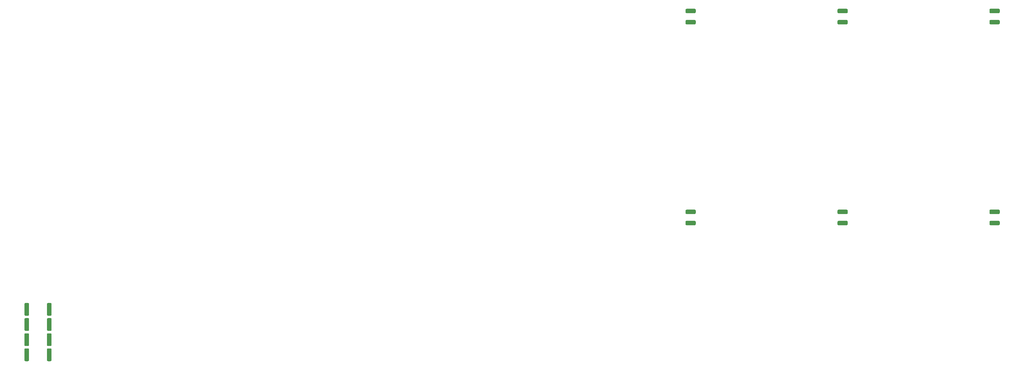
<source format=gbp>
G04 #@! TF.GenerationSoftware,KiCad,Pcbnew,(5.1.7)-1*
G04 #@! TF.CreationDate,2021-02-02T18:25:37+02:00*
G04 #@! TF.ProjectId,CP_inverter,43505f69-6e76-4657-9274-65722e6b6963,rev?*
G04 #@! TF.SameCoordinates,Original*
G04 #@! TF.FileFunction,Paste,Bot*
G04 #@! TF.FilePolarity,Positive*
%FSLAX46Y46*%
G04 Gerber Fmt 4.6, Leading zero omitted, Abs format (unit mm)*
G04 Created by KiCad (PCBNEW (5.1.7)-1) date 2021-02-02 18:25:37*
%MOMM*%
%LPD*%
G01*
G04 APERTURE LIST*
G04 APERTURE END LIST*
G04 #@! TO.C,C47*
G36*
G01*
X246350001Y-152800000D02*
X244149999Y-152800000D01*
G75*
G02*
X243900000Y-152550001I0J249999D01*
G01*
X243900000Y-151899999D01*
G75*
G02*
X244149999Y-151650000I249999J0D01*
G01*
X246350001Y-151650000D01*
G75*
G02*
X246600000Y-151899999I0J-249999D01*
G01*
X246600000Y-152550001D01*
G75*
G02*
X246350001Y-152800000I-249999J0D01*
G01*
G37*
G36*
G01*
X246350001Y-149850000D02*
X244149999Y-149850000D01*
G75*
G02*
X243900000Y-149600001I0J249999D01*
G01*
X243900000Y-148949999D01*
G75*
G02*
X244149999Y-148700000I249999J0D01*
G01*
X246350001Y-148700000D01*
G75*
G02*
X246600000Y-148949999I0J-249999D01*
G01*
X246600000Y-149600001D01*
G75*
G02*
X246350001Y-149850000I-249999J0D01*
G01*
G37*
G04 #@! TD*
G04 #@! TO.C,C48*
G36*
G01*
X286350001Y-149850000D02*
X284149999Y-149850000D01*
G75*
G02*
X283900000Y-149600001I0J249999D01*
G01*
X283900000Y-148949999D01*
G75*
G02*
X284149999Y-148700000I249999J0D01*
G01*
X286350001Y-148700000D01*
G75*
G02*
X286600000Y-148949999I0J-249999D01*
G01*
X286600000Y-149600001D01*
G75*
G02*
X286350001Y-149850000I-249999J0D01*
G01*
G37*
G36*
G01*
X286350001Y-152800000D02*
X284149999Y-152800000D01*
G75*
G02*
X283900000Y-152550001I0J249999D01*
G01*
X283900000Y-151899999D01*
G75*
G02*
X284149999Y-151650000I249999J0D01*
G01*
X286350001Y-151650000D01*
G75*
G02*
X286600000Y-151899999I0J-249999D01*
G01*
X286600000Y-152550001D01*
G75*
G02*
X286350001Y-152800000I-249999J0D01*
G01*
G37*
G04 #@! TD*
G04 #@! TO.C,C51*
G36*
G01*
X326350001Y-152800000D02*
X324149999Y-152800000D01*
G75*
G02*
X323900000Y-152550001I0J249999D01*
G01*
X323900000Y-151899999D01*
G75*
G02*
X324149999Y-151650000I249999J0D01*
G01*
X326350001Y-151650000D01*
G75*
G02*
X326600000Y-151899999I0J-249999D01*
G01*
X326600000Y-152550001D01*
G75*
G02*
X326350001Y-152800000I-249999J0D01*
G01*
G37*
G36*
G01*
X326350001Y-149850000D02*
X324149999Y-149850000D01*
G75*
G02*
X323900000Y-149600001I0J249999D01*
G01*
X323900000Y-148949999D01*
G75*
G02*
X324149999Y-148700000I249999J0D01*
G01*
X326350001Y-148700000D01*
G75*
G02*
X326600000Y-148949999I0J-249999D01*
G01*
X326600000Y-149600001D01*
G75*
G02*
X326350001Y-149850000I-249999J0D01*
G01*
G37*
G04 #@! TD*
G04 #@! TO.C,C52*
G36*
G01*
X244149999Y-98650000D02*
X246350001Y-98650000D01*
G75*
G02*
X246600000Y-98899999I0J-249999D01*
G01*
X246600000Y-99550001D01*
G75*
G02*
X246350001Y-99800000I-249999J0D01*
G01*
X244149999Y-99800000D01*
G75*
G02*
X243900000Y-99550001I0J249999D01*
G01*
X243900000Y-98899999D01*
G75*
G02*
X244149999Y-98650000I249999J0D01*
G01*
G37*
G36*
G01*
X244149999Y-95700000D02*
X246350001Y-95700000D01*
G75*
G02*
X246600000Y-95949999I0J-249999D01*
G01*
X246600000Y-96600001D01*
G75*
G02*
X246350001Y-96850000I-249999J0D01*
G01*
X244149999Y-96850000D01*
G75*
G02*
X243900000Y-96600001I0J249999D01*
G01*
X243900000Y-95949999D01*
G75*
G02*
X244149999Y-95700000I249999J0D01*
G01*
G37*
G04 #@! TD*
G04 #@! TO.C,C53*
G36*
G01*
X284149999Y-98650000D02*
X286350001Y-98650000D01*
G75*
G02*
X286600000Y-98899999I0J-249999D01*
G01*
X286600000Y-99550001D01*
G75*
G02*
X286350001Y-99800000I-249999J0D01*
G01*
X284149999Y-99800000D01*
G75*
G02*
X283900000Y-99550001I0J249999D01*
G01*
X283900000Y-98899999D01*
G75*
G02*
X284149999Y-98650000I249999J0D01*
G01*
G37*
G36*
G01*
X284149999Y-95700000D02*
X286350001Y-95700000D01*
G75*
G02*
X286600000Y-95949999I0J-249999D01*
G01*
X286600000Y-96600001D01*
G75*
G02*
X286350001Y-96850000I-249999J0D01*
G01*
X284149999Y-96850000D01*
G75*
G02*
X283900000Y-96600001I0J249999D01*
G01*
X283900000Y-95949999D01*
G75*
G02*
X284149999Y-95700000I249999J0D01*
G01*
G37*
G04 #@! TD*
G04 #@! TO.C,C54*
G36*
G01*
X324149999Y-95700000D02*
X326350001Y-95700000D01*
G75*
G02*
X326600000Y-95949999I0J-249999D01*
G01*
X326600000Y-96600001D01*
G75*
G02*
X326350001Y-96850000I-249999J0D01*
G01*
X324149999Y-96850000D01*
G75*
G02*
X323900000Y-96600001I0J249999D01*
G01*
X323900000Y-95949999D01*
G75*
G02*
X324149999Y-95700000I249999J0D01*
G01*
G37*
G36*
G01*
X324149999Y-98650000D02*
X326350001Y-98650000D01*
G75*
G02*
X326600000Y-98899999I0J-249999D01*
G01*
X326600000Y-99550001D01*
G75*
G02*
X326350001Y-99800000I-249999J0D01*
G01*
X324149999Y-99800000D01*
G75*
G02*
X323900000Y-99550001I0J249999D01*
G01*
X323900000Y-98899999D01*
G75*
G02*
X324149999Y-98650000I249999J0D01*
G01*
G37*
G04 #@! TD*
G04 #@! TO.C,R33*
G36*
G01*
X75835001Y-188425001D02*
X75835001Y-185574999D01*
G75*
G02*
X76085000Y-185325000I249999J0D01*
G01*
X76810002Y-185325000D01*
G75*
G02*
X77060001Y-185574999I0J-249999D01*
G01*
X77060001Y-188425001D01*
G75*
G02*
X76810002Y-188675000I-249999J0D01*
G01*
X76085000Y-188675000D01*
G75*
G02*
X75835001Y-188425001I0J249999D01*
G01*
G37*
G36*
G01*
X69910001Y-188425001D02*
X69910001Y-185574999D01*
G75*
G02*
X70160000Y-185325000I249999J0D01*
G01*
X70885002Y-185325000D01*
G75*
G02*
X71135001Y-185574999I0J-249999D01*
G01*
X71135001Y-188425001D01*
G75*
G02*
X70885002Y-188675000I-249999J0D01*
G01*
X70160000Y-188675000D01*
G75*
G02*
X69910001Y-188425001I0J249999D01*
G01*
G37*
G04 #@! TD*
G04 #@! TO.C,R34*
G36*
G01*
X69925000Y-184425001D02*
X69925000Y-181574999D01*
G75*
G02*
X70174999Y-181325000I249999J0D01*
G01*
X70900001Y-181325000D01*
G75*
G02*
X71150000Y-181574999I0J-249999D01*
G01*
X71150000Y-184425001D01*
G75*
G02*
X70900001Y-184675000I-249999J0D01*
G01*
X70174999Y-184675000D01*
G75*
G02*
X69925000Y-184425001I0J249999D01*
G01*
G37*
G36*
G01*
X75850000Y-184425001D02*
X75850000Y-181574999D01*
G75*
G02*
X76099999Y-181325000I249999J0D01*
G01*
X76825001Y-181325000D01*
G75*
G02*
X77075000Y-181574999I0J-249999D01*
G01*
X77075000Y-184425001D01*
G75*
G02*
X76825001Y-184675000I-249999J0D01*
G01*
X76099999Y-184675000D01*
G75*
G02*
X75850000Y-184425001I0J249999D01*
G01*
G37*
G04 #@! TD*
G04 #@! TO.C,R31*
G36*
G01*
X69925000Y-180425001D02*
X69925000Y-177574999D01*
G75*
G02*
X70174999Y-177325000I249999J0D01*
G01*
X70900001Y-177325000D01*
G75*
G02*
X71150000Y-177574999I0J-249999D01*
G01*
X71150000Y-180425001D01*
G75*
G02*
X70900001Y-180675000I-249999J0D01*
G01*
X70174999Y-180675000D01*
G75*
G02*
X69925000Y-180425001I0J249999D01*
G01*
G37*
G36*
G01*
X75850000Y-180425001D02*
X75850000Y-177574999D01*
G75*
G02*
X76099999Y-177325000I249999J0D01*
G01*
X76825001Y-177325000D01*
G75*
G02*
X77075000Y-177574999I0J-249999D01*
G01*
X77075000Y-180425001D01*
G75*
G02*
X76825001Y-180675000I-249999J0D01*
G01*
X76099999Y-180675000D01*
G75*
G02*
X75850000Y-180425001I0J249999D01*
G01*
G37*
G04 #@! TD*
G04 #@! TO.C,R32*
G36*
G01*
X75850000Y-176425001D02*
X75850000Y-173574999D01*
G75*
G02*
X76099999Y-173325000I249999J0D01*
G01*
X76825001Y-173325000D01*
G75*
G02*
X77075000Y-173574999I0J-249999D01*
G01*
X77075000Y-176425001D01*
G75*
G02*
X76825001Y-176675000I-249999J0D01*
G01*
X76099999Y-176675000D01*
G75*
G02*
X75850000Y-176425001I0J249999D01*
G01*
G37*
G36*
G01*
X69925000Y-176425001D02*
X69925000Y-173574999D01*
G75*
G02*
X70174999Y-173325000I249999J0D01*
G01*
X70900001Y-173325000D01*
G75*
G02*
X71150000Y-173574999I0J-249999D01*
G01*
X71150000Y-176425001D01*
G75*
G02*
X70900001Y-176675000I-249999J0D01*
G01*
X70174999Y-176675000D01*
G75*
G02*
X69925000Y-176425001I0J249999D01*
G01*
G37*
G04 #@! TD*
M02*

</source>
